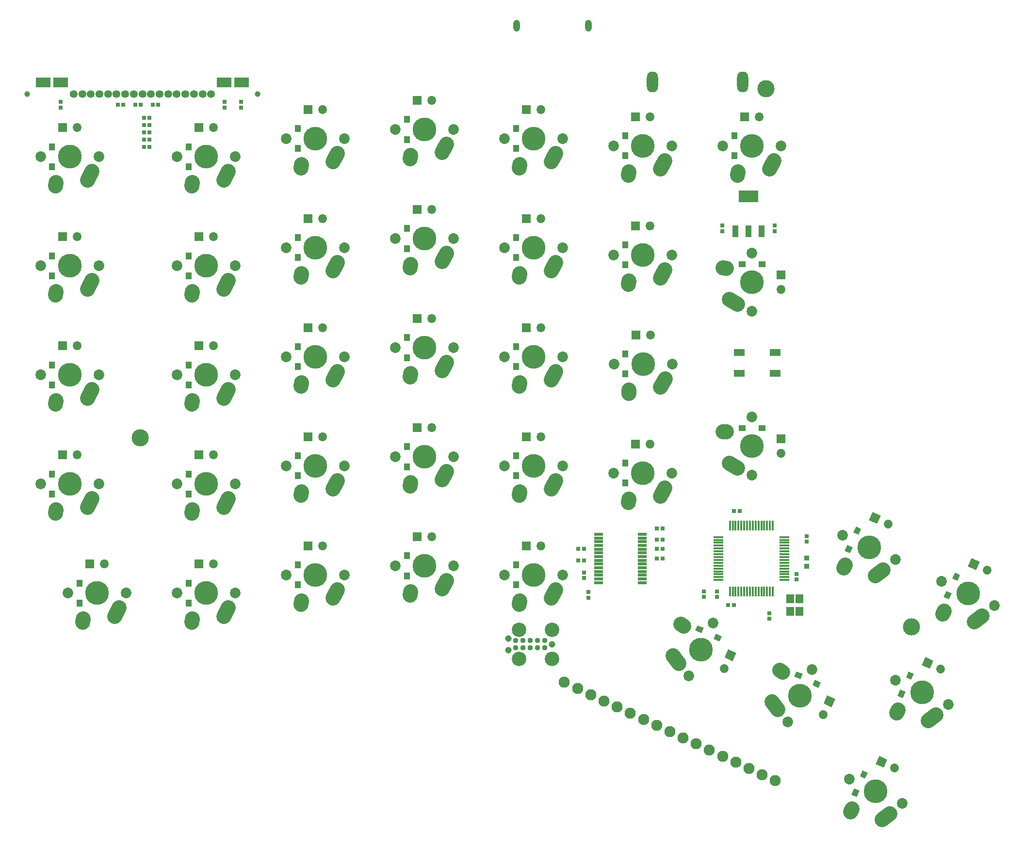
<source format=gbs>
G04 #@! TF.FileFunction,Soldermask,Bot*
%FSLAX46Y46*%
G04 Gerber Fmt 4.6, Leading zero omitted, Abs format (unit mm)*
G04 Created by KiCad (PCBNEW (2015-07-17 BZR 5958)-product) date 8/7/2015 1:38:11 AM*
%MOMM*%
G01*
G04 APERTURE LIST*
%ADD10C,0.150000*%
%ADD11R,0.452400X1.652400*%
%ADD12R,1.652400X0.452400*%
%ADD13R,0.752400X0.802400*%
%ADD14R,0.802400X0.752400*%
%ADD15R,0.949960X0.949960*%
%ADD16R,1.352400X1.552400*%
%ADD17C,0.939800*%
%ADD18C,1.143010*%
%ADD19C,2.527310*%
%ADD20C,1.952400*%
%ADD21R,1.102400X2.052400*%
%ADD22R,3.402400X2.052400*%
%ADD23R,1.952400X1.252400*%
%ADD24R,1.582400X0.552400*%
%ADD25O,1.952400X3.652400*%
%ADD26O,1.202400X2.052400*%
%ADD27C,3.000000*%
%ADD28R,2.552400X1.652400*%
%ADD29C,1.352400*%
%ADD30C,1.002410*%
%ADD31O,1.552400X1.552400*%
%ADD32R,1.552400X1.552400*%
%ADD33C,1.552400*%
%ADD34R,1.003300X1.153160*%
%ADD35R,1.153160X1.003300*%
%ADD36C,4.140210*%
%ADD37C,1.854210*%
%ADD38C,2.652400*%
G04 APERTURE END LIST*
D10*
D11*
X141030000Y-114011000D03*
X141530000Y-114011000D03*
X142030000Y-114011000D03*
X142530000Y-114011000D03*
X143030000Y-114011000D03*
X143530000Y-114011000D03*
X144030000Y-114011000D03*
X144530000Y-114011000D03*
X145030000Y-114011000D03*
X145530000Y-114011000D03*
X146030000Y-114011000D03*
X146530000Y-114011000D03*
X147030000Y-114011000D03*
X147530000Y-114011000D03*
X148030000Y-114011000D03*
X148530000Y-114011000D03*
D12*
X150530000Y-116011000D03*
X150530000Y-116511000D03*
X150530000Y-117011000D03*
X150530000Y-117511000D03*
X150530000Y-118011000D03*
X150530000Y-118511000D03*
X150530000Y-119011000D03*
X150530000Y-119511000D03*
X150530000Y-120011000D03*
X150530000Y-120511000D03*
X150530000Y-121011000D03*
X150530000Y-121511000D03*
X150530000Y-122011000D03*
X150530000Y-122511000D03*
X150530000Y-123011000D03*
X150530000Y-123511000D03*
D11*
X148530000Y-125511000D03*
X148030000Y-125511000D03*
X147530000Y-125511000D03*
X147030000Y-125511000D03*
X146530000Y-125511000D03*
X146030000Y-125511000D03*
X145530000Y-125511000D03*
X145030000Y-125511000D03*
X144530000Y-125511000D03*
X144030000Y-125511000D03*
X143530000Y-125511000D03*
X143030000Y-125511000D03*
X142530000Y-125511000D03*
X142030000Y-125511000D03*
X141530000Y-125511000D03*
X141030000Y-125511000D03*
D12*
X139030000Y-123511000D03*
X139030000Y-123011000D03*
X139030000Y-122511000D03*
X139030000Y-122011000D03*
X139030000Y-121511000D03*
X139030000Y-121011000D03*
X139030000Y-120511000D03*
X139030000Y-120011000D03*
X139030000Y-119511000D03*
X139030000Y-119011000D03*
X139030000Y-118511000D03*
X139030000Y-118011000D03*
X139030000Y-117511000D03*
X139030000Y-117011000D03*
X139030000Y-116511000D03*
X139030000Y-116011000D03*
D13*
X39743000Y-47879000D03*
X38743000Y-47879000D03*
X39743000Y-46609000D03*
X38743000Y-46609000D03*
D14*
X55753000Y-40013000D03*
X55753000Y-41013000D03*
D13*
X129278000Y-116459000D03*
X128278000Y-116459000D03*
D14*
X138811000Y-125484000D03*
X138811000Y-126484000D03*
X52832000Y-40013000D03*
X52832000Y-41013000D03*
X154432000Y-116832000D03*
X154432000Y-115832000D03*
X136525000Y-125484000D03*
X136525000Y-126484000D03*
D13*
X114562000Y-120142000D03*
X115562000Y-120142000D03*
X114562000Y-118110000D03*
X115562000Y-118110000D03*
X40267000Y-40513000D03*
X41267000Y-40513000D03*
D14*
X115570000Y-123182000D03*
X115570000Y-122182000D03*
D13*
X39743000Y-45339000D03*
X38743000Y-45339000D03*
D14*
X116332000Y-125611000D03*
X116332000Y-126611000D03*
D13*
X39743000Y-44069000D03*
X38743000Y-44069000D03*
X39743000Y-42799000D03*
X38743000Y-42799000D03*
X35171000Y-40513000D03*
X34171000Y-40513000D03*
X38219000Y-40513000D03*
X37219000Y-40513000D03*
D14*
X147955000Y-129294000D03*
X147955000Y-130294000D03*
D13*
X129278000Y-118110000D03*
X128278000Y-118110000D03*
D14*
X152654000Y-122436000D03*
X152654000Y-123436000D03*
D13*
X140724000Y-127889000D03*
X141724000Y-127889000D03*
D14*
X148844000Y-62603000D03*
X148844000Y-61603000D03*
D13*
X129278000Y-114554000D03*
X128278000Y-114554000D03*
D14*
X139700000Y-62603000D03*
X139700000Y-61603000D03*
D13*
X141740000Y-111506000D03*
X142740000Y-111506000D03*
D15*
X154432000Y-121145300D03*
X154432000Y-119646700D03*
D16*
X151600000Y-128989000D03*
X153200000Y-128989000D03*
X153200000Y-126789000D03*
X151600000Y-126789000D03*
D17*
X106172000Y-134112000D03*
X106172000Y-135382000D03*
X104902000Y-134112000D03*
X104902000Y-135382000D03*
X103632000Y-135382000D03*
X103632000Y-134112000D03*
X107442000Y-134112000D03*
X107442000Y-135382000D03*
X108712000Y-134112000D03*
X108712000Y-135382000D03*
D18*
X109982000Y-134747000D03*
X102362000Y-133731000D03*
X102362000Y-135763000D03*
D19*
X109982000Y-132207000D03*
X104267000Y-132207000D03*
X109982000Y-137287000D03*
X104267000Y-137287000D03*
D20*
X148972174Y-158574603D03*
X146670152Y-157501153D03*
X144368131Y-156427702D03*
X142066109Y-155354252D03*
X139764087Y-154280802D03*
X137462065Y-153207351D03*
X135160044Y-152133901D03*
X132858022Y-151060450D03*
X130556000Y-149987000D03*
X128253978Y-148913550D03*
X125951956Y-147840099D03*
X123649935Y-146766649D03*
X121347913Y-145693198D03*
X119045891Y-144619748D03*
X116743869Y-143546298D03*
X114441848Y-142472847D03*
X112139826Y-141399397D03*
D21*
X144272000Y-62613000D03*
X141972000Y-62613000D03*
X146572000Y-62613000D03*
D22*
X144272000Y-56513000D03*
D13*
X128278000Y-119761000D03*
X129278000Y-119761000D03*
D14*
X24257000Y-40013000D03*
X24257000Y-41013000D03*
D23*
X142696000Y-87448000D03*
X142696000Y-83748000D03*
X148896000Y-87448000D03*
X148896000Y-83748000D03*
D24*
X125715000Y-115536000D03*
X125715000Y-116186000D03*
X125715000Y-116836000D03*
X125715000Y-117486000D03*
X125715000Y-118136000D03*
X125715000Y-118786000D03*
X125715000Y-119436000D03*
X125715000Y-120086000D03*
X125715000Y-120736000D03*
X125715000Y-121386000D03*
X125715000Y-122036000D03*
X125715000Y-122686000D03*
X125715000Y-123336000D03*
X125715000Y-123986000D03*
X118125000Y-123986000D03*
X118125000Y-123336000D03*
X118125000Y-122686000D03*
X118125000Y-122036000D03*
X118125000Y-121386000D03*
X118125000Y-120736000D03*
X118125000Y-120086000D03*
X118125000Y-119436000D03*
X118125000Y-118786000D03*
X118125000Y-118136000D03*
X118125000Y-117486000D03*
X118125000Y-116836000D03*
X118125000Y-116186000D03*
X118125000Y-115536000D03*
D25*
X127482000Y-36559000D03*
X143282000Y-36559000D03*
D26*
X116381000Y-26723000D03*
X103831000Y-26723000D03*
D27*
X147320000Y-37719000D03*
X38100000Y-98679000D03*
X172720000Y-131699000D03*
D28*
X21197000Y-36665000D03*
X24197000Y-36665000D03*
D29*
X26497000Y-38615000D03*
X27997000Y-38615000D03*
X29497000Y-38615000D03*
X30997000Y-38615000D03*
X32497000Y-38615000D03*
X33997000Y-38615000D03*
X35497000Y-38615000D03*
X36997000Y-38615000D03*
X38497000Y-38615000D03*
X39997000Y-38615000D03*
X41497000Y-38615000D03*
X42997000Y-38615000D03*
X44497000Y-38615000D03*
X45997000Y-38615000D03*
X47497000Y-38615000D03*
X48997000Y-38615000D03*
X50497000Y-38615000D03*
D28*
X52797000Y-36665000D03*
X55797000Y-36665000D03*
D30*
X58597000Y-38615000D03*
X18397000Y-38615000D03*
D31*
X50927500Y-63573700D03*
D32*
X48387500Y-63573700D03*
D33*
X169794011Y-156334725D02*
X169794011Y-156334725D01*
D10*
G36*
X166460477Y-155636715D02*
X167116549Y-154229763D01*
X168523501Y-154885835D01*
X167867429Y-156292787D01*
X166460477Y-155636715D01*
X166460477Y-155636715D01*
G37*
D31*
X50927500Y-101674000D03*
D32*
X48387500Y-101674000D03*
D31*
X69977000Y-60398700D03*
D32*
X67437000Y-60398700D03*
D31*
X69977000Y-98499000D03*
D32*
X67437000Y-98499000D03*
D31*
X89027000Y-58801000D03*
D32*
X86487000Y-58801000D03*
D31*
X89027000Y-96901000D03*
D32*
X86487000Y-96901000D03*
D31*
X108077000Y-60398700D03*
D32*
X105537000Y-60398700D03*
D31*
X27115000Y-101674000D03*
D32*
X24575000Y-101674000D03*
D31*
X27115000Y-63573700D03*
D32*
X24575000Y-63573700D03*
D33*
X177846011Y-139067725D02*
X177846011Y-139067725D01*
D10*
G36*
X174512477Y-138369715D02*
X175168549Y-136962763D01*
X176575501Y-137618835D01*
X175919429Y-139025787D01*
X174512477Y-138369715D01*
X174512477Y-138369715D01*
G37*
D31*
X127138000Y-80708100D03*
D32*
X124598000Y-80708100D03*
D31*
X108077000Y-98499000D03*
D32*
X105537000Y-98499000D03*
D31*
X108077000Y-79449000D03*
D32*
X105537000Y-79449000D03*
D33*
X157324275Y-147015011D02*
X157324275Y-147015011D01*
D10*
G36*
X158022285Y-143681477D02*
X159429237Y-144337549D01*
X158773165Y-145744501D01*
X157366213Y-145088429D01*
X158022285Y-143681477D01*
X158022285Y-143681477D01*
G37*
D31*
X69977000Y-41348700D03*
D32*
X67437000Y-41348700D03*
D31*
X89027000Y-77851000D03*
D32*
X86487000Y-77851000D03*
D33*
X140060275Y-138964011D02*
X140060275Y-138964011D01*
D10*
G36*
X140758285Y-135630477D02*
X142165237Y-136286549D01*
X141509165Y-137693501D01*
X140102213Y-137037429D01*
X140758285Y-135630477D01*
X140758285Y-135630477D01*
G37*
D31*
X127127000Y-42621200D03*
D32*
X124587000Y-42621200D03*
D31*
X69977000Y-79449000D03*
D32*
X67437000Y-79449000D03*
D31*
X108077000Y-117549000D03*
D32*
X105537000Y-117549000D03*
D31*
X108077000Y-41348700D03*
D32*
X105537000Y-41348700D03*
D31*
X50927500Y-82624000D03*
D32*
X48387500Y-82624000D03*
D31*
X89027000Y-115951000D03*
D32*
X86487000Y-115951000D03*
D31*
X89027000Y-39751000D03*
D32*
X86487000Y-39751000D03*
D31*
X27115000Y-82624000D03*
D32*
X24575000Y-82624000D03*
D31*
X69977000Y-117549000D03*
D32*
X67437000Y-117549000D03*
D31*
X146177000Y-42621200D03*
D32*
X143637000Y-42621200D03*
D33*
X185898011Y-121801725D02*
X185898011Y-121801725D01*
D10*
G36*
X182564477Y-121103715D02*
X183220549Y-119696763D01*
X184627501Y-120352835D01*
X183971429Y-121759787D01*
X182564477Y-121103715D01*
X182564477Y-121103715D01*
G37*
D31*
X50927000Y-120724000D03*
D32*
X48387000Y-120724000D03*
D31*
X50927500Y-44526200D03*
D32*
X48387500Y-44526200D03*
D33*
X168634011Y-113751725D02*
X168634011Y-113751725D01*
D10*
G36*
X165300477Y-113053715D02*
X165956549Y-111646763D01*
X167363501Y-112302835D01*
X166707429Y-113709787D01*
X165300477Y-113053715D01*
X165300477Y-113053715D01*
G37*
D31*
X31877000Y-120724000D03*
D32*
X29337000Y-120724000D03*
D31*
X27115000Y-44526200D03*
D32*
X24575000Y-44526200D03*
D31*
X149987000Y-101356000D03*
D32*
X149987000Y-98816000D03*
D31*
X149987000Y-72781200D03*
D32*
X149987000Y-70241200D03*
D31*
X127127000Y-99769000D03*
D32*
X124587000Y-99769000D03*
D31*
X127127000Y-61668700D03*
D32*
X124587000Y-61668700D03*
D10*
G36*
X180308705Y-122233040D02*
X181218004Y-122657053D01*
X180730657Y-123702170D01*
X179821358Y-123278157D01*
X180308705Y-122233040D01*
X180308705Y-122233040D01*
G37*
G36*
X178829490Y-125405226D02*
X179738789Y-125829239D01*
X179251442Y-126874356D01*
X178342143Y-126450343D01*
X178829490Y-125405226D01*
X178829490Y-125405226D01*
G37*
D34*
X22733500Y-85951400D03*
X22733500Y-89451520D03*
X46545500Y-85951400D03*
X46545500Y-89451520D03*
X65595500Y-82776400D03*
X65595500Y-86276520D03*
X84645500Y-81178400D03*
X84645500Y-84678520D03*
X103696000Y-82776400D03*
X103696000Y-86276520D03*
X122756000Y-84035500D03*
X122756000Y-87535620D03*
X22733500Y-66901100D03*
X22733500Y-70401220D03*
X46545500Y-66901100D03*
X46545500Y-70401220D03*
X65595500Y-63726100D03*
X65595500Y-67226220D03*
X103696000Y-63726100D03*
X103696000Y-67226220D03*
X122746000Y-64996100D03*
X122746000Y-68496220D03*
D35*
X146659600Y-68399700D03*
X143159480Y-68399700D03*
D34*
X22733500Y-47853600D03*
X22733500Y-51353720D03*
X46545500Y-47853600D03*
X46545500Y-51353720D03*
D10*
G36*
X163043705Y-114182040D02*
X163953004Y-114606053D01*
X163465657Y-115651170D01*
X162556358Y-115227157D01*
X163043705Y-114182040D01*
X163043705Y-114182040D01*
G37*
G36*
X161564490Y-117354226D02*
X162473789Y-117778239D01*
X161986442Y-118823356D01*
X161077143Y-118399343D01*
X161564490Y-117354226D01*
X161564490Y-117354226D01*
G37*
D34*
X122746000Y-45948600D03*
X122746000Y-49448720D03*
X103696000Y-44676100D03*
X103696000Y-48176220D03*
X84645500Y-43078400D03*
X84645500Y-46578520D03*
X65595500Y-44676100D03*
X65595500Y-48176220D03*
X84645500Y-62128400D03*
X84645500Y-65628520D03*
X27495500Y-124051400D03*
X27495500Y-127551520D03*
X46545500Y-124051400D03*
X46545500Y-127551520D03*
X65595500Y-120876400D03*
X65595500Y-124376520D03*
X84645500Y-119278400D03*
X84645500Y-122778520D03*
X103696000Y-120876400D03*
X103696000Y-124376520D03*
X141796000Y-45948600D03*
X141796000Y-49448720D03*
D10*
G36*
X156896960Y-141428705D02*
X156472947Y-142338004D01*
X155427830Y-141850657D01*
X155851843Y-140941358D01*
X156896960Y-141428705D01*
X156896960Y-141428705D01*
G37*
G36*
X153724774Y-139949490D02*
X153300761Y-140858789D01*
X152255644Y-140371442D01*
X152679657Y-139462143D01*
X153724774Y-139949490D01*
X153724774Y-139949490D01*
G37*
G36*
X164207705Y-156762040D02*
X165117004Y-157186053D01*
X164629657Y-158231170D01*
X163720358Y-157807157D01*
X164207705Y-156762040D01*
X164207705Y-156762040D01*
G37*
G36*
X162728490Y-159934226D02*
X163637789Y-160358239D01*
X163150442Y-161403356D01*
X162241143Y-160979343D01*
X162728490Y-159934226D01*
X162728490Y-159934226D01*
G37*
G36*
X172258705Y-139495040D02*
X173168004Y-139919053D01*
X172680657Y-140964170D01*
X171771358Y-140540157D01*
X172258705Y-139495040D01*
X172258705Y-139495040D01*
G37*
G36*
X170779490Y-142667226D02*
X171688789Y-143091239D01*
X171201442Y-144136356D01*
X170292143Y-143712343D01*
X170779490Y-142667226D01*
X170779490Y-142667226D01*
G37*
D34*
X22733500Y-105001400D03*
X22733500Y-108501520D03*
X46545500Y-105001400D03*
X46545500Y-108501520D03*
X65595500Y-101826400D03*
X65595500Y-105326520D03*
X84645500Y-100228400D03*
X84645500Y-103728520D03*
X103696000Y-101826400D03*
X103696000Y-105326520D03*
X122746000Y-103096400D03*
X122746000Y-106596520D03*
D35*
X146659600Y-96974500D03*
X143159480Y-96974500D03*
D10*
G36*
X139632960Y-133376705D02*
X139208947Y-134286004D01*
X138163830Y-133798657D01*
X138587843Y-132889358D01*
X139632960Y-133376705D01*
X139632960Y-133376705D01*
G37*
G36*
X136460774Y-131897490D02*
X136036761Y-132806789D01*
X134991644Y-132319442D01*
X135415657Y-131410143D01*
X136460774Y-131897490D01*
X136460774Y-131897490D01*
G37*
D36*
X165334000Y-117820000D03*
D37*
X169938044Y-119966901D03*
X160729956Y-115673099D03*
D38*
X166362059Y-122712853D02*
X167713973Y-121732431D01*
X160885611Y-121350101D02*
X161165915Y-120842331D01*
D36*
X125857000Y-47701200D03*
D37*
X130937000Y-47701200D03*
X120777000Y-47701200D03*
D38*
X128856547Y-51701154D02*
X129667453Y-50241246D01*
X123317276Y-52780528D02*
X123356724Y-52201872D01*
D36*
X68707000Y-65478700D03*
D37*
X73787000Y-65478700D03*
X63627000Y-65478700D03*
D38*
X71706547Y-69478654D02*
X72517453Y-68018746D01*
X66167276Y-70558028D02*
X66206724Y-69979372D01*
D36*
X153258000Y-143718000D03*
D37*
X151111099Y-148322044D03*
X155404901Y-139113956D03*
D38*
X148365147Y-144746059D02*
X149345569Y-146097973D01*
X149727899Y-139269611D02*
X150235669Y-139549915D01*
D36*
X106807000Y-122629000D03*
D37*
X111887000Y-122629000D03*
X101727000Y-122629000D03*
D38*
X109806547Y-126628954D02*
X110617453Y-125169046D01*
X104267276Y-127708328D02*
X104306724Y-127129672D01*
D36*
X87757000Y-121031000D03*
D37*
X92837000Y-121031000D03*
X82677000Y-121031000D03*
D38*
X90756547Y-125030954D02*
X91567453Y-123571046D01*
X85217276Y-126110328D02*
X85256724Y-125531672D01*
D36*
X49657000Y-125804000D03*
D37*
X54737000Y-125804000D03*
X44577000Y-125804000D03*
D38*
X52656547Y-129803954D02*
X53467453Y-128344046D01*
X47117276Y-130883328D02*
X47156724Y-130304672D01*
D36*
X125857000Y-104849000D03*
D37*
X130937000Y-104849000D03*
X120777000Y-104849000D03*
D38*
X128856547Y-108848954D02*
X129667453Y-107389046D01*
X123317276Y-109928328D02*
X123356724Y-109349672D01*
D36*
X106807000Y-103579000D03*
D37*
X111887000Y-103579000D03*
X101727000Y-103579000D03*
D38*
X109806547Y-107578954D02*
X110617453Y-106119046D01*
X104267276Y-108658328D02*
X104306724Y-108079672D01*
D36*
X87757000Y-101981000D03*
D37*
X92837000Y-101981000D03*
X82677000Y-101981000D03*
D38*
X90756547Y-105980954D02*
X91567453Y-104521046D01*
X85217276Y-107060328D02*
X85256724Y-106481672D01*
D36*
X68707000Y-103579000D03*
D37*
X73787000Y-103579000D03*
X63627000Y-103579000D03*
D38*
X71706547Y-107578954D02*
X72517453Y-106119046D01*
X66167276Y-108658328D02*
X66206724Y-108079672D01*
D36*
X49657000Y-106754000D03*
D37*
X54737000Y-106754000D03*
X44577000Y-106754000D03*
D38*
X52656547Y-110753954D02*
X53467453Y-109294046D01*
X47117276Y-111833328D02*
X47156724Y-111254672D01*
D36*
X125868000Y-85788100D03*
D37*
X130948000Y-85788100D03*
X120788000Y-85788100D03*
D38*
X128867547Y-89788054D02*
X129678453Y-88328146D01*
X123328276Y-90867428D02*
X123367724Y-90288772D01*
D36*
X106807000Y-84529000D03*
D37*
X111887000Y-84529000D03*
X101727000Y-84529000D03*
D38*
X109806547Y-88528954D02*
X110617453Y-87069046D01*
X104267276Y-89608328D02*
X104306724Y-89029672D01*
D36*
X87757000Y-82931000D03*
D37*
X92837000Y-82931000D03*
X82677000Y-82931000D03*
D38*
X90756547Y-86930954D02*
X91567453Y-85471046D01*
X85217276Y-88010328D02*
X85256724Y-87431672D01*
D36*
X68707000Y-84529000D03*
D37*
X73787000Y-84529000D03*
X63627000Y-84529000D03*
D38*
X71706547Y-88528954D02*
X72517453Y-87069046D01*
X66167276Y-89608328D02*
X66206724Y-89029672D01*
D36*
X49657000Y-87704000D03*
D37*
X54737000Y-87704000D03*
X44577000Y-87704000D03*
D38*
X52656547Y-91703954D02*
X53467453Y-90244046D01*
X47117276Y-92783328D02*
X47156724Y-92204672D01*
D36*
X106807000Y-65478700D03*
D37*
X111887000Y-65478700D03*
X101727000Y-65478700D03*
D38*
X109806547Y-69478654D02*
X110617453Y-68018746D01*
X104267276Y-70558028D02*
X104306724Y-69979372D01*
D36*
X87757000Y-63881000D03*
D37*
X92837000Y-63881000D03*
X82677000Y-63881000D03*
D38*
X90756547Y-67880954D02*
X91567453Y-66421046D01*
X85217276Y-68960328D02*
X85256724Y-68381672D01*
D36*
X49657000Y-68653700D03*
D37*
X54737000Y-68653700D03*
X44577000Y-68653700D03*
D38*
X52656547Y-72653654D02*
X53467453Y-71193746D01*
X47117276Y-73733028D02*
X47156724Y-73154372D01*
D36*
X68707000Y-122629000D03*
D37*
X73787000Y-122629000D03*
X63627000Y-122629000D03*
D38*
X71706547Y-126628954D02*
X72517453Y-125169046D01*
X66167276Y-127708328D02*
X66206724Y-127129672D01*
D36*
X106807000Y-46428700D03*
D37*
X111887000Y-46428700D03*
X101727000Y-46428700D03*
D38*
X109806547Y-50428654D02*
X110617453Y-48968746D01*
X104267276Y-51508028D02*
X104306724Y-50929372D01*
D36*
X87757000Y-44831000D03*
D37*
X92837000Y-44831000D03*
X82677000Y-44831000D03*
D38*
X90756547Y-48830954D02*
X91567453Y-47371046D01*
X85217276Y-49910328D02*
X85256724Y-49331672D01*
D36*
X68707000Y-46428700D03*
D37*
X73787000Y-46428700D03*
X63627000Y-46428700D03*
D38*
X71706547Y-50428654D02*
X72517453Y-48968746D01*
X66167276Y-51508028D02*
X66206724Y-50929372D01*
D36*
X49657000Y-49606200D03*
D37*
X54737000Y-49606200D03*
X44577000Y-49606200D03*
D38*
X52656547Y-53606154D02*
X53467453Y-52146246D01*
X47117276Y-54685528D02*
X47156724Y-54106872D01*
D36*
X182598000Y-125870000D03*
D37*
X187202044Y-128016901D03*
X177993956Y-123723099D03*
D38*
X183626059Y-130762853D02*
X184977973Y-129782431D01*
X178149611Y-129400101D02*
X178429915Y-128892331D01*
D36*
X166497000Y-160401000D03*
D37*
X171101044Y-162547901D03*
X161892956Y-158254099D03*
D38*
X167525059Y-165293853D02*
X168876973Y-164313431D01*
X162048611Y-163931101D02*
X162328915Y-163423331D01*
D36*
X174549000Y-143134000D03*
D37*
X179153044Y-145280901D03*
X169944956Y-140987099D03*
D38*
X175577059Y-148026853D02*
X176928973Y-147046431D01*
X170100611Y-146664101D02*
X170380915Y-146156331D01*
D36*
X125857000Y-66748700D03*
D37*
X130937000Y-66748700D03*
X120777000Y-66748700D03*
D38*
X128856547Y-70748654D02*
X129667453Y-69288746D01*
X123317276Y-71828028D02*
X123356724Y-71249372D01*
D36*
X30607000Y-125804000D03*
D37*
X35687000Y-125804000D03*
X25527000Y-125804000D03*
D38*
X33606547Y-129803954D02*
X34417453Y-128344046D01*
X28067276Y-130883328D02*
X28106724Y-130304672D01*
D36*
X144907000Y-100086000D03*
D37*
X144907000Y-105166000D03*
X144907000Y-95006000D03*
D38*
X140907046Y-103085547D02*
X142366954Y-103896453D01*
X139827672Y-97546276D02*
X140406328Y-97585724D01*
D36*
X144907000Y-47701200D03*
D37*
X149987000Y-47701200D03*
X139827000Y-47701200D03*
D38*
X147906547Y-51701154D02*
X148717453Y-50241246D01*
X142367276Y-52780528D02*
X142406724Y-52201872D01*
D36*
X144907000Y-71511200D03*
D37*
X144907000Y-76591200D03*
X144907000Y-66431200D03*
D38*
X140907046Y-74510747D02*
X142366954Y-75321653D01*
X139827672Y-68971476D02*
X140406328Y-69010924D01*
D36*
X25845000Y-106754000D03*
D37*
X30925000Y-106754000D03*
X20765000Y-106754000D03*
D38*
X28844547Y-110753954D02*
X29655453Y-109294046D01*
X23305276Y-111833328D02*
X23344724Y-111254672D01*
D36*
X25845000Y-49606200D03*
D37*
X30925000Y-49606200D03*
X20765000Y-49606200D03*
D38*
X28844547Y-53606154D02*
X29655453Y-52146246D01*
X23305276Y-54685528D02*
X23344724Y-54106872D01*
D36*
X25845000Y-68653700D03*
D37*
X30925000Y-68653700D03*
X20765000Y-68653700D03*
D38*
X28844547Y-72653654D02*
X29655453Y-71193746D01*
X23305276Y-73733028D02*
X23344724Y-73154372D01*
D36*
X25845000Y-87704000D03*
D37*
X30925000Y-87704000D03*
X20765000Y-87704000D03*
D38*
X28844547Y-91703954D02*
X29655453Y-90244046D01*
X23305276Y-92783328D02*
X23344724Y-92204672D01*
D36*
X135994000Y-135666000D03*
D37*
X133847099Y-140270044D03*
X138140901Y-131061956D03*
D38*
X131101147Y-136694059D02*
X132081569Y-138045973D01*
X132463899Y-131217611D02*
X132971669Y-131497915D01*
M02*

</source>
